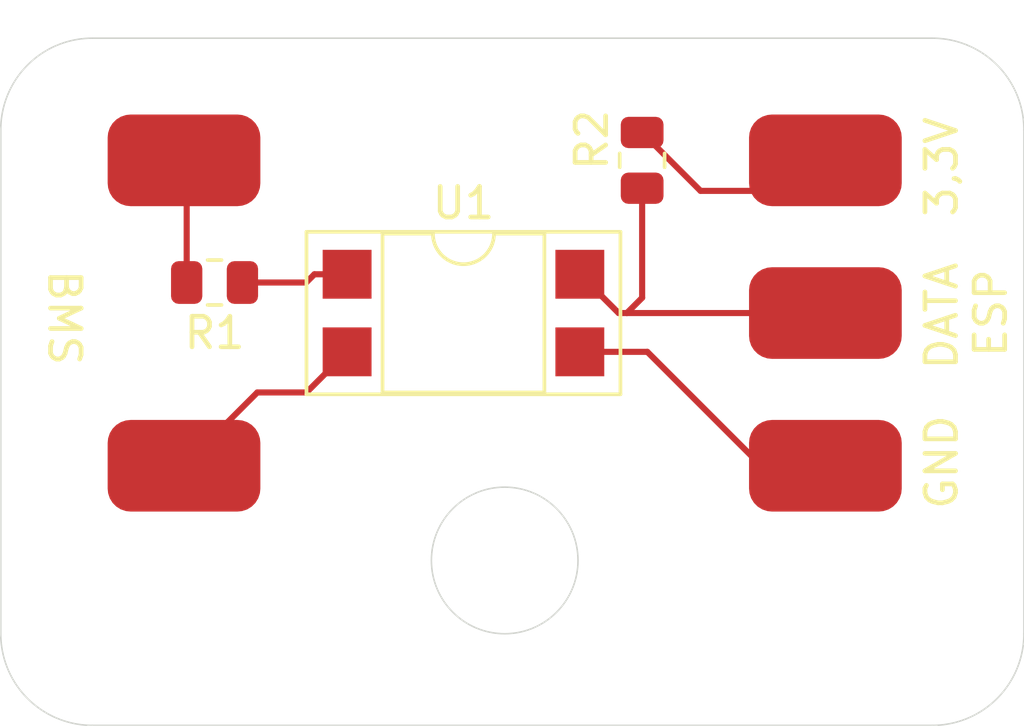
<source format=kicad_pcb>
(kicad_pcb (version 20240108) (generator "pcbnew") (generator_version "8.0")
  (layers (0 "F.Cu" signal) (31 "B.Cu" signal) (34 "B.Paste" user) (35 "F.Paste" user) (36 "B.SilkS" user "B.Silkscreen") (37 "F.SilkS" user "F.Silkscreen") (38 "B.Mask" user) (39 "F.Mask" user) (44 "Edge.Cuts" user))
  (net 0 "")
  (net 1 "Net-(J1-Pin_1)")
  (net 2 "Net-(J2-Pin_1)")
  (net 3 "Net-(R1-Pad1)")
  (net 4 "Net-(J4-Pin_1)")
  (net 5 "Net-(J5-Pin_1)")
  (net 6 "Net-(J3-Pin_1)")
  (footprint "Custom:SolderPad5x3mm" (layer "F.Cu") (at 69 25)
    (property "Reference" "J4" (hide yes))
    (property "Value" "ESP_DATA")
    (pad "1" smd roundrect (at 0 5) (size 5 3) (layers "F.Cu" "F.Paste" "F.Mask") (net 4 "Net-(J4-Pin_1)"))
  )
  (footprint "Custom:SolderPad5x3mm" (layer "F.Cu") (at 48 20)
    (property "Reference" "J1" (hide yes))
    (property "Value" "BMS_DATA")
    (pad "1" smd roundrect (at 0 5) (size 5 3) (layers "F.Cu" "F.Paste" "F.Mask") (net 1 "Net-(J1-Pin_1)"))
  )
  (footprint "Custom:SolderPad5x3mm" (layer "F.Cu") (at 69 30)
    (property "Reference" "J3" (hide yes))
    (property "Value" "ESP_GND")
    (pad "1" smd roundrect (at 0 5) (size 5 3) (layers "F.Cu" "F.Paste" "F.Mask") (net 6 "Net-(J3-Pin_1)"))
  )
  (footprint "Package_DIP:DIP-4_W7.62mm_SMDSocket_SmallPads" (layer "F.Cu") (at 57.15 30)
    (property "Reference" "U1" (at 0 -3.6 0) (layer "F.SilkS") (effects (font (thickness 0.153))))
    (property "Value" "PC817")
    (fp_line (start -5.14 -2.66) (end -5.14 2.66) (stroke (width 0.12)) (layer "F.SilkS"))
    (fp_line (start -5.14 2.66) (end 5.14 2.66) (stroke (width 0.12)) (layer "F.SilkS"))
    (fp_line (start -2.65 -2.6) (end -2.65 2.6) (stroke (width 0.12)) (layer "F.SilkS"))
    (fp_line (start -2.65 2.6) (end 2.65 2.6) (stroke (width 0.12)) (layer "F.SilkS"))
    (fp_line (start -1 -2.6) (end -2.65 -2.6) (stroke (width 0.12)) (layer "F.SilkS"))
    (fp_line (start 2.65 -2.6) (end 1 -2.6) (stroke (width 0.12)) (layer "F.SilkS"))
    (fp_line (start 2.65 2.6) (end 2.65 -2.6) (stroke (width 0.12)) (layer "F.SilkS"))
    (fp_line (start 5.14 -2.66) (end -5.14 -2.66) (stroke (width 0.12)) (layer "F.SilkS"))
    (fp_line (start 5.14 2.66) (end 5.14 -2.66) (stroke (width 0.12)) (layer "F.SilkS"))
    (fp_arc (start 1 -2.6) (mid 0 -1.6) (end -1 -2.6) (stroke (width 0.12)) (layer "F.SilkS"))
    (pad "1" smd rect (at -3.81 -1.27) (size 1.6 1.6) (layers "F.Cu" "F.Paste" "F.Mask") (net 3 "Net-(R1-Pad1)"))
    (pad "2" smd rect (at -3.81 1.27) (size 1.6 1.6) (layers "F.Cu" "F.Paste" "F.Mask") (net 2 "Net-(J2-Pin_1)"))
    (pad "3" smd rect (at 3.81 1.27) (size 1.6 1.6) (layers "F.Cu" "F.Paste" "F.Mask") (net 6 "Net-(J3-Pin_1)"))
    (pad "4" smd rect (at 3.81 -1.27) (size 1.6 1.6) (layers "F.Cu" "F.Paste" "F.Mask") (net 4 "Net-(J4-Pin_1)"))
  )
  (footprint "Custom:SolderPad5x3mm" (layer "F.Cu") (at 48 30)
    (property "Reference" "J2" (hide yes))
    (property "Value" "BMS_GND")
    (pad "1" smd roundrect (at 0 5) (size 5 3) (layers "F.Cu" "F.Paste" "F.Mask") (net 2 "Net-(J2-Pin_1)"))
  )
  (footprint "Custom:SolderPad5x3mm" (layer "F.Cu") (at 69 20)
    (property "Reference" "J5" (hide yes))
    (property "Value" "ESP_VCC")
    (pad "1" smd roundrect (at 0 5) (size 5 3) (layers "F.Cu" "F.Paste" "F.Mask") (net 5 "Net-(J5-Pin_1)"))
  )
  (footprint "Resistor_SMD:R_0805_2012Metric" (layer "F.Cu") (at 63 25 90)
    (property "Reference" "R2" (at 0.67 -1.65 -90) (layer "F.SilkS") (effects (font (thickness 0.153))))
    (property "Value" "R1k")
    (fp_line (start -0.227064 -0.735) (end 0.227064 -0.735) (stroke (width 0.12)) (layer "F.SilkS"))
    (fp_line (start -0.227064 0.735) (end 0.227064 0.735) (stroke (width 0.12)) (layer "F.SilkS"))
    (pad "1" smd roundrect (at -0.9125 0 90) (size 1.025 1.4) (layers "F.Cu" "F.Paste" "F.Mask") (roundrect_rratio 0.243902) (net 4 "Net-(J4-Pin_1)"))
    (pad "2" smd roundrect (at 0.9125 0 90) (size 1.025 1.4) (layers "F.Cu" "F.Paste" "F.Mask") (roundrect_rratio 0.243902) (net 5 "Net-(J5-Pin_1)"))
  )
  (footprint "Resistor_SMD:R_0805_2012Metric" (layer "F.Cu") (at 49 29 180)
    (property "Reference" "R1" (at 0 -1.65 180) (layer "F.SilkS") (effects (font (thickness 0.153))))
    (property "Value" "R220")
    (fp_line (start -0.227064 0.735) (end 0.227064 0.735) (stroke (width 0.12)) (layer "F.SilkS"))
    (fp_line (start -0.227064 -0.735) (end 0.227064 -0.735) (stroke (width 0.12)) (layer "F.SilkS"))
    (pad "1" smd roundrect (at -0.9125 0 180) (size 1.025 1.4) (layers "F.Cu" "F.Paste" "F.Mask") (roundrect_rratio 0.243902) (net 3 "Net-(R1-Pad1)"))
    (pad "2" smd roundrect (at 0.9125 0 180) (size 1.025 1.4) (layers "F.Cu" "F.Paste" "F.Mask") (roundrect_rratio 0.243902) (net 1 "Net-(J1-Pin_1)"))
  )
  (gr_arc (start 72.5 21) (mid 74.62132 21.87868) (end 75.5 24) (stroke (width 0.05)) (layer "Edge.Cuts"))
  (gr_line (start 75.5 24) (end 75.5 40.5) (stroke (width 0.05)) (layer "Edge.Cuts"))
  (gr_line (start 42 40.5) (end 42 24) (stroke (width 0.05)) (layer "Edge.Cuts"))
  (gr_arc (start 45 43.5) (mid 42.87868 42.62132) (end 42 40.5) (stroke (width 0.05)) (layer "Edge.Cuts"))
  (gr_line (start 72.5 43.5) (end 45 43.5) (stroke (width 0.05)) (layer "Edge.Cuts"))
  (gr_line (start 72.5 21) (end 45 21) (stroke (width 0.05)) (layer "Edge.Cuts"))
  (gr_arc (start 75.5 40.5) (mid 74.62132 42.62132) (end 72.5 43.5) (stroke (width 0.05)) (layer "Edge.Cuts"))
  (gr_arc (start 42 24) (mid 42.87868 21.87868) (end 45 21) (stroke (width 0.05)) (layer "Edge.Cuts"))
  (gr_circle (center 58.5 38.1) (end 60.9 38.1) (stroke (width 0.05)) (fill none) (layer "Edge.Cuts"))
  (gr_text "BMS" (at 43.5 28.5 270) (layer "F.SilkS") (effects (font (size 1 1) (thickness 0.153)) (justify left bottom)))
  (gr_text "GND  DATA  3,3V\nESP" (at 75 30 90) (layer "F.SilkS") (effects (font (size 1 1) (thickness 0.153)) (justify bottom)))
  (segment (start 48 25) (end 48.0875 25.0875) (width 0.2) (layer "F.Cu") (net 1))
  (segment (start 48.0875 25.0875) (end 48.0875 29) (width 0.2) (layer "F.Cu") (net 1))
  (segment (start 52.01 32.6) (end 53.34 31.27) (width 0.2) (layer "F.Cu") (net 2))
  (segment (start 50.4 32.6) (end 52.01 32.6) (width 0.2) (layer "F.Cu") (net 2))
  (segment (start 48 35) (end 50.4 32.6) (width 0.2) (layer "F.Cu") (net 2))
  (segment (start 52 29) (end 52.27 28.73) (width 0.2) (layer "F.Cu") (net 3))
  (segment (start 52.27 28.73) (end 53.34 28.73) (width 0.2) (layer "F.Cu") (net 3))
  (segment (start 49.9125 29) (end 52 29) (width 0.2) (layer "F.Cu") (net 3))
  (segment (start 62.5 30) (end 62.23 30) (width 0.2) (layer "F.Cu") (net 4))
  (segment (start 62.23 30) (end 60.96 28.73) (width 0.2) (layer "F.Cu") (net 4))
  (segment (start 63 25.9125) (end 63 29.5) (width 0.2) (layer "F.Cu") (net 4))
  (segment (start 63 29.5) (end 62.5 30) (width 0.2) (layer "F.Cu") (net 4))
  (segment (start 69 30) (end 62.5 30) (width 0.2) (layer "F.Cu") (net 4))
  (segment (start 69 25) (end 68 26) (width 0.2) (layer "F.Cu") (net 5))
  (segment (start 68 26) (end 64.9125 26) (width 0.2) (layer "F.Cu") (net 5))
  (segment (start 64.9125 26) (end 63 24.0875) (width 0.2) (layer "F.Cu") (net 5))
  (segment (start 63.17 31.27) (end 60.96 31.27) (width 0.2) (layer "F.Cu") (net 6))
  (segment (start 66.9 35) (end 63.17 31.27) (width 0.2) (layer "F.Cu") (net 6))
  (segment (start 69 35) (end 66.9 35) (width 0.2) (layer "F.Cu") (net 6))
)
</source>
